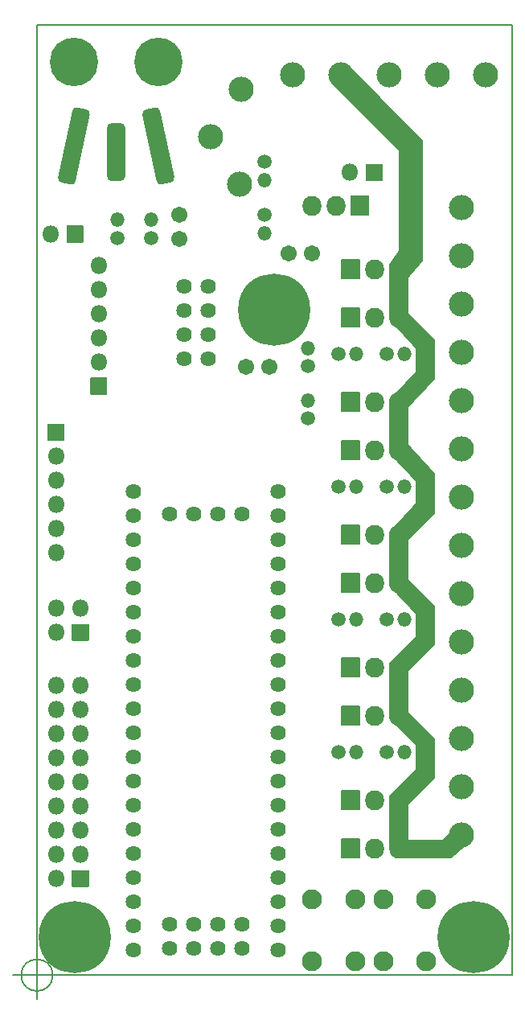
<source format=gbr>
%TF.GenerationSoftware,KiCad,Pcbnew,(5.99.0-1450-gc67d5d7f2)*%
%TF.CreationDate,2020-04-28T18:22:32-07:00*%
%TF.ProjectId,DMX_CTRL,444d585f-4354-4524-9c2e-6b696361645f,rev?*%
%TF.SameCoordinates,PX4c4b400PY8f0d180*%
%TF.FileFunction,Soldermask,Top*%
%TF.FilePolarity,Negative*%
%FSLAX46Y46*%
G04 Gerber Fmt 4.6, Leading zero omitted, Abs format (unit mm)*
G04 Created by KiCad (PCBNEW (5.99.0-1450-gc67d5d7f2)) date 2020-04-28 18:22:32*
%MOMM*%
%LPD*%
G01*
G04 APERTURE LIST*
%ADD10C,0.150000*%
%TA.AperFunction,Profile*%
%ADD11C,0.150000*%
%TD*%
%ADD12C,1.626000*%
%ADD13O,2.007000X2.102000*%
%ADD14C,5.102000*%
%ADD15C,2.102000*%
%ADD16O,1.502000X1.502000*%
%ADD17C,1.502000*%
%ADD18C,7.602000*%
%ADD19C,2.642000*%
%ADD20C,1.702000*%
%ADD21O,1.802000X1.802000*%
G04 APERTURE END LIST*
D10*
G36*
X40600000Y87800000D02*
G01*
X40600000Y75200000D01*
X39000000Y73400000D01*
X39000000Y69600000D01*
X41800000Y66800000D01*
X41800000Y62800000D01*
X39000000Y59800000D01*
X39000000Y55800000D01*
X41800000Y52800000D01*
X41800000Y48600000D01*
X39000000Y45800000D01*
X39000000Y41600000D01*
X41800000Y38800000D01*
X41800000Y34800000D01*
X39000000Y32000000D01*
X39000000Y27600000D01*
X41800000Y24800000D01*
X41800000Y20800000D01*
X39000000Y18000000D01*
X39000000Y14200000D01*
X42800000Y14200000D01*
X43800000Y15200000D01*
X45000000Y13600000D01*
X43600000Y12400000D01*
X38000000Y12400000D01*
X37200000Y13400000D01*
X37200000Y18800000D01*
X40000000Y21600000D01*
X40000000Y24200000D01*
X37200000Y27000000D01*
X37200000Y32800000D01*
X40000000Y35600000D01*
X40000000Y38000000D01*
X37200000Y41000000D01*
X37200000Y46600000D01*
X40000000Y49600000D01*
X40000000Y52000000D01*
X37200000Y55000000D01*
X37200000Y60600000D01*
X40000000Y63400000D01*
X40000000Y66000000D01*
X37200000Y69000000D01*
X37200000Y74800000D01*
X38200000Y76200000D01*
X38200000Y86800000D01*
X31200000Y93800000D01*
X33000000Y95400000D01*
X40600000Y87800000D01*
G37*
X40600000Y87800000D02*
X40600000Y75200000D01*
X39000000Y73400000D01*
X39000000Y69600000D01*
X41800000Y66800000D01*
X41800000Y62800000D01*
X39000000Y59800000D01*
X39000000Y55800000D01*
X41800000Y52800000D01*
X41800000Y48600000D01*
X39000000Y45800000D01*
X39000000Y41600000D01*
X41800000Y38800000D01*
X41800000Y34800000D01*
X39000000Y32000000D01*
X39000000Y27600000D01*
X41800000Y24800000D01*
X41800000Y20800000D01*
X39000000Y18000000D01*
X39000000Y14200000D01*
X42800000Y14200000D01*
X43800000Y15200000D01*
X45000000Y13600000D01*
X43600000Y12400000D01*
X38000000Y12400000D01*
X37200000Y13400000D01*
X37200000Y18800000D01*
X40000000Y21600000D01*
X40000000Y24200000D01*
X37200000Y27000000D01*
X37200000Y32800000D01*
X40000000Y35600000D01*
X40000000Y38000000D01*
X37200000Y41000000D01*
X37200000Y46600000D01*
X40000000Y49600000D01*
X40000000Y52000000D01*
X37200000Y55000000D01*
X37200000Y60600000D01*
X40000000Y63400000D01*
X40000000Y66000000D01*
X37200000Y69000000D01*
X37200000Y74800000D01*
X38200000Y76200000D01*
X38200000Y86800000D01*
X31200000Y93800000D01*
X33000000Y95400000D01*
X40600000Y87800000D01*
D11*
X1666666Y0D02*
G75*
G03*
X1666666Y0I-1666666J0D01*
G01*
X-2500000Y0D02*
X2500000Y0D01*
X0Y2500000D02*
X0Y-2500000D01*
X0Y100000000D02*
X0Y0D01*
X50000000Y100000000D02*
X0Y100000000D01*
X50000000Y0D02*
X50000000Y100000000D01*
X0Y0D02*
X50000000Y0D01*
D10*
G36*
X40600000Y87800000D02*
G01*
X40600000Y75200000D01*
X39000000Y73400000D01*
X39000000Y69600000D01*
X41800000Y66800000D01*
X41800000Y62800000D01*
X39000000Y59800000D01*
X39000000Y55800000D01*
X41800000Y52800000D01*
X41800000Y48600000D01*
X39000000Y45800000D01*
X39000000Y41600000D01*
X41800000Y38800000D01*
X41800000Y34800000D01*
X39000000Y32000000D01*
X39000000Y27600000D01*
X41800000Y24800000D01*
X41800000Y20800000D01*
X39000000Y18000000D01*
X39000000Y14200000D01*
X42800000Y14200000D01*
X43800000Y15200000D01*
X45000000Y13600000D01*
X43600000Y12400000D01*
X38000000Y12400000D01*
X37200000Y13400000D01*
X37200000Y18800000D01*
X40000000Y21600000D01*
X40000000Y24200000D01*
X37200000Y27000000D01*
X37200000Y32800000D01*
X40000000Y35600000D01*
X40000000Y38000000D01*
X37200000Y41000000D01*
X37200000Y46600000D01*
X40000000Y49600000D01*
X40000000Y52000000D01*
X37200000Y55000000D01*
X37200000Y60600000D01*
X40000000Y63400000D01*
X40000000Y66000000D01*
X37200000Y69000000D01*
X37200000Y74800000D01*
X38200000Y76200000D01*
X38200000Y86800000D01*
X31200000Y93800000D01*
X33000000Y95400000D01*
X40600000Y87800000D01*
G37*
X40600000Y87800000D02*
X40600000Y75200000D01*
X39000000Y73400000D01*
X39000000Y69600000D01*
X41800000Y66800000D01*
X41800000Y62800000D01*
X39000000Y59800000D01*
X39000000Y55800000D01*
X41800000Y52800000D01*
X41800000Y48600000D01*
X39000000Y45800000D01*
X39000000Y41600000D01*
X41800000Y38800000D01*
X41800000Y34800000D01*
X39000000Y32000000D01*
X39000000Y27600000D01*
X41800000Y24800000D01*
X41800000Y20800000D01*
X39000000Y18000000D01*
X39000000Y14200000D01*
X42800000Y14200000D01*
X43800000Y15200000D01*
X45000000Y13600000D01*
X43600000Y12400000D01*
X38000000Y12400000D01*
X37200000Y13400000D01*
X37200000Y18800000D01*
X40000000Y21600000D01*
X40000000Y24200000D01*
X37200000Y27000000D01*
X37200000Y32800000D01*
X40000000Y35600000D01*
X40000000Y38000000D01*
X37200000Y41000000D01*
X37200000Y46600000D01*
X40000000Y49600000D01*
X40000000Y52000000D01*
X37200000Y55000000D01*
X37200000Y60600000D01*
X40000000Y63400000D01*
X40000000Y66000000D01*
X37200000Y69000000D01*
X37200000Y74800000D01*
X38200000Y76200000D01*
X38200000Y86800000D01*
X31200000Y93800000D01*
X33000000Y95400000D01*
X40600000Y87800000D01*
D11*
X1666666Y0D02*
G75*
G03*
X1666666Y0I-1666666J0D01*
G01*
X-2500000Y0D02*
X2500000Y0D01*
X0Y2500000D02*
X0Y-2500000D01*
X0Y100000000D02*
X0Y0D01*
X50000000Y100000000D02*
X0Y100000000D01*
X50000000Y0D02*
X50000000Y100000000D01*
X0Y0D02*
X50000000Y0D01*
D12*
X10170000Y2680000D03*
X10170000Y15380000D03*
X10170000Y33160000D03*
X10170000Y43320000D03*
X10170000Y5220000D03*
X10170000Y28080000D03*
X10170000Y10300000D03*
X10170000Y12840000D03*
X10170000Y7760000D03*
X10170000Y30620000D03*
X10170000Y25540000D03*
X10170000Y38240000D03*
X10170000Y17920000D03*
X10170000Y45860000D03*
X10170000Y40780000D03*
X10170000Y35700000D03*
X10170000Y48400000D03*
X10170000Y23000000D03*
X10170000Y50940000D03*
X10170000Y20460000D03*
X25410000Y2680000D03*
X25410000Y5220000D03*
X25410000Y7760000D03*
X25410000Y10300000D03*
X25410000Y12840000D03*
X25410000Y20460000D03*
X25410000Y15380000D03*
X25410000Y17920000D03*
X25410000Y23000000D03*
X25410000Y25540000D03*
X25410000Y28080000D03*
X25410000Y33160000D03*
X25410000Y30620000D03*
X25410000Y35700000D03*
X25410000Y38240000D03*
X25410000Y45860000D03*
X25410000Y40780000D03*
X25410000Y43320000D03*
X25410000Y48400000D03*
X25410000Y50940000D03*
D13*
X28920000Y81000000D03*
X31460000Y81000000D03*
G36*
G01*
X35003500Y82000000D02*
X35003500Y80000000D01*
G75*
G02*
X34952500Y79949000I-51000J0D01*
G01*
X33047500Y79949000D01*
G75*
G02*
X32996500Y80000000I0J51000D01*
G01*
X32996500Y82000000D01*
G75*
G02*
X33047500Y82051000I51000J0D01*
G01*
X34952500Y82051000D01*
G75*
G02*
X35003500Y82000000I0J-51000D01*
G01*
G37*
X38100000Y13335000D03*
X35560000Y13335000D03*
G36*
G01*
X32016500Y12335000D02*
X32016500Y14335000D01*
G75*
G02*
X32067500Y14386000I51000J0D01*
G01*
X33972500Y14386000D01*
G75*
G02*
X34023500Y14335000I0J-51000D01*
G01*
X34023500Y12335000D01*
G75*
G02*
X33972500Y12284000I-51000J0D01*
G01*
X32067500Y12284000D01*
G75*
G02*
X32016500Y12335000I0J51000D01*
G01*
G37*
X38100000Y18415000D03*
X35560000Y18415000D03*
G36*
G01*
X32016500Y17415000D02*
X32016500Y19415000D01*
G75*
G02*
X32067500Y19466000I51000J0D01*
G01*
X33972500Y19466000D01*
G75*
G02*
X34023500Y19415000I0J-51000D01*
G01*
X34023500Y17415000D01*
G75*
G02*
X33972500Y17364000I-51000J0D01*
G01*
X32067500Y17364000D01*
G75*
G02*
X32016500Y17415000I0J51000D01*
G01*
G37*
X38100000Y27305000D03*
X35560000Y27305000D03*
G36*
G01*
X32016500Y26305000D02*
X32016500Y28305000D01*
G75*
G02*
X32067500Y28356000I51000J0D01*
G01*
X33972500Y28356000D01*
G75*
G02*
X34023500Y28305000I0J-51000D01*
G01*
X34023500Y26305000D01*
G75*
G02*
X33972500Y26254000I-51000J0D01*
G01*
X32067500Y26254000D01*
G75*
G02*
X32016500Y26305000I0J51000D01*
G01*
G37*
X38100000Y32385000D03*
X35560000Y32385000D03*
G36*
G01*
X32016500Y31385000D02*
X32016500Y33385000D01*
G75*
G02*
X32067500Y33436000I51000J0D01*
G01*
X33972500Y33436000D01*
G75*
G02*
X34023500Y33385000I0J-51000D01*
G01*
X34023500Y31385000D01*
G75*
G02*
X33972500Y31334000I-51000J0D01*
G01*
X32067500Y31334000D01*
G75*
G02*
X32016500Y31385000I0J51000D01*
G01*
G37*
X38100000Y41275000D03*
X35560000Y41275000D03*
G36*
G01*
X32016500Y40275000D02*
X32016500Y42275000D01*
G75*
G02*
X32067500Y42326000I51000J0D01*
G01*
X33972500Y42326000D01*
G75*
G02*
X34023500Y42275000I0J-51000D01*
G01*
X34023500Y40275000D01*
G75*
G02*
X33972500Y40224000I-51000J0D01*
G01*
X32067500Y40224000D01*
G75*
G02*
X32016500Y40275000I0J51000D01*
G01*
G37*
X38100000Y46355000D03*
X35560000Y46355000D03*
G36*
G01*
X32016500Y45355000D02*
X32016500Y47355000D01*
G75*
G02*
X32067500Y47406000I51000J0D01*
G01*
X33972500Y47406000D01*
G75*
G02*
X34023500Y47355000I0J-51000D01*
G01*
X34023500Y45355000D01*
G75*
G02*
X33972500Y45304000I-51000J0D01*
G01*
X32067500Y45304000D01*
G75*
G02*
X32016500Y45355000I0J51000D01*
G01*
G37*
X38100000Y60325000D03*
X35560000Y60325000D03*
G36*
G01*
X32016500Y59325000D02*
X32016500Y61325000D01*
G75*
G02*
X32067500Y61376000I51000J0D01*
G01*
X33972500Y61376000D01*
G75*
G02*
X34023500Y61325000I0J-51000D01*
G01*
X34023500Y59325000D01*
G75*
G02*
X33972500Y59274000I-51000J0D01*
G01*
X32067500Y59274000D01*
G75*
G02*
X32016500Y59325000I0J51000D01*
G01*
G37*
X38100000Y55245000D03*
X35560000Y55245000D03*
G36*
G01*
X32016500Y54245000D02*
X32016500Y56245000D01*
G75*
G02*
X32067500Y56296000I51000J0D01*
G01*
X33972500Y56296000D01*
G75*
G02*
X34023500Y56245000I0J-51000D01*
G01*
X34023500Y54245000D01*
G75*
G02*
X33972500Y54194000I-51000J0D01*
G01*
X32067500Y54194000D01*
G75*
G02*
X32016500Y54245000I0J51000D01*
G01*
G37*
X38100000Y69215000D03*
X35560000Y69215000D03*
G36*
G01*
X32016500Y68215000D02*
X32016500Y70215000D01*
G75*
G02*
X32067500Y70266000I51000J0D01*
G01*
X33972500Y70266000D01*
G75*
G02*
X34023500Y70215000I0J-51000D01*
G01*
X34023500Y68215000D01*
G75*
G02*
X33972500Y68164000I-51000J0D01*
G01*
X32067500Y68164000D01*
G75*
G02*
X32016500Y68215000I0J51000D01*
G01*
G37*
X38100000Y74295000D03*
X35560000Y74295000D03*
G36*
G01*
X32016500Y73295000D02*
X32016500Y75295000D01*
G75*
G02*
X32067500Y75346000I51000J0D01*
G01*
X33972500Y75346000D01*
G75*
G02*
X34023500Y75295000I0J-51000D01*
G01*
X34023500Y73295000D01*
G75*
G02*
X33972500Y73244000I-51000J0D01*
G01*
X32067500Y73244000D01*
G75*
G02*
X32016500Y73295000I0J51000D01*
G01*
G37*
D12*
X21620000Y2780000D03*
X19080000Y2780000D03*
X16540000Y2780000D03*
X14000000Y2780000D03*
X14000000Y5320000D03*
X16540000Y5320000D03*
X19080000Y5320000D03*
X21620000Y5320000D03*
X21620000Y48500000D03*
X19080000Y48500000D03*
X16540000Y48500000D03*
X14000000Y48500000D03*
D14*
X12780000Y96160000D03*
X3890000Y96160000D03*
G36*
G01*
X14087359Y83406386D02*
X13157141Y83208662D01*
G75*
G02*
X12593170Y83574909I-98862J465109D01*
G01*
X11106394Y90569643D01*
G75*
G02*
X11472641Y91133614I465109J98862D01*
G01*
X12402859Y91331338D01*
G75*
G02*
X12966830Y90965091I98862J-465109D01*
G01*
X14453606Y83970357D01*
G75*
G02*
X14087359Y83406386I-465109J-98862D01*
G01*
G37*
G36*
G01*
X8810500Y83584000D02*
X7859500Y83584000D01*
G75*
G02*
X7384000Y84059500I0J475500D01*
G01*
X7384000Y89210500D01*
G75*
G02*
X7859500Y89686000I475500J0D01*
G01*
X8810500Y89686000D01*
G75*
G02*
X9286000Y89210500I0J-475500D01*
G01*
X9286000Y84059500D01*
G75*
G02*
X8810500Y83584000I-475500J0D01*
G01*
G37*
G36*
G01*
X3512859Y83208662D02*
X2582641Y83406386D01*
G75*
G02*
X2216394Y83970357I98862J465109D01*
G01*
X3703170Y90965091D01*
G75*
G02*
X4267141Y91331338I465109J-98862D01*
G01*
X5197359Y91133614D01*
G75*
G02*
X5563606Y90569643I-98862J-465109D01*
G01*
X4076830Y83574909D01*
G75*
G02*
X3512859Y83208662I-465109J98862D01*
G01*
G37*
D15*
X41000000Y1500000D03*
X36500000Y1500000D03*
X41000000Y8000000D03*
X36500000Y8000000D03*
D16*
X12000000Y79500000D03*
D17*
X12000000Y77600000D03*
D16*
X8500000Y79500000D03*
D17*
X8500000Y77600000D03*
D18*
X46000000Y4000000D03*
D12*
X18040000Y72500000D03*
X18040000Y69960000D03*
X18040000Y67420000D03*
X18040000Y64880000D03*
X15500000Y64880000D03*
X15500000Y67420000D03*
X15500000Y69960000D03*
X15500000Y72500000D03*
D17*
X24000000Y85600000D03*
D16*
X24000000Y83700000D03*
D19*
X21500000Y93218000D03*
X21300000Y83218000D03*
X18300000Y88218000D03*
D20*
X15000000Y77500000D03*
X15000000Y80000000D03*
X26500000Y76000000D03*
X29000000Y76000000D03*
X24500000Y64000000D03*
X22000000Y64000000D03*
D18*
X4000000Y4000000D03*
X25000000Y70000000D03*
G36*
G01*
X5473000Y36918000D02*
X5473000Y35218000D01*
G75*
G02*
X5422000Y35167000I-51000J0D01*
G01*
X3722000Y35167000D01*
G75*
G02*
X3671000Y35218000I0J51000D01*
G01*
X3671000Y36918000D01*
G75*
G02*
X3722000Y36969000I51000J0D01*
G01*
X5422000Y36969000D01*
G75*
G02*
X5473000Y36918000I0J-51000D01*
G01*
G37*
D21*
X2032000Y36068000D03*
X4572000Y38608000D03*
X2032000Y38608000D03*
G36*
G01*
X5473000Y11010000D02*
X5473000Y9310000D01*
G75*
G02*
X5422000Y9259000I-51000J0D01*
G01*
X3722000Y9259000D01*
G75*
G02*
X3671000Y9310000I0J51000D01*
G01*
X3671000Y11010000D01*
G75*
G02*
X3722000Y11061000I51000J0D01*
G01*
X5422000Y11061000D01*
G75*
G02*
X5473000Y11010000I0J-51000D01*
G01*
G37*
X2032000Y10160000D03*
X4572000Y12700000D03*
X2032000Y12700000D03*
X4572000Y15240000D03*
X2032000Y15240000D03*
X4572000Y17780000D03*
X2032000Y17780000D03*
X4572000Y20320000D03*
X2032000Y20320000D03*
X4572000Y22860000D03*
X2032000Y22860000D03*
X4572000Y25400000D03*
X2032000Y25400000D03*
X4572000Y27940000D03*
X2032000Y27940000D03*
X4572000Y30480000D03*
X2032000Y30480000D03*
X32960000Y84500000D03*
G36*
G01*
X34650000Y85401000D02*
X36350000Y85401000D01*
G75*
G02*
X36401000Y85350000I0J-51000D01*
G01*
X36401000Y83650000D01*
G75*
G02*
X36350000Y83599000I-51000J0D01*
G01*
X34650000Y83599000D01*
G75*
G02*
X34599000Y83650000I0J51000D01*
G01*
X34599000Y85350000D01*
G75*
G02*
X34650000Y85401000I51000J0D01*
G01*
G37*
G36*
G01*
X1099000Y56300000D02*
X1099000Y58000000D01*
G75*
G02*
X1150000Y58051000I51000J0D01*
G01*
X2850000Y58051000D01*
G75*
G02*
X2901000Y58000000I0J-51000D01*
G01*
X2901000Y56300000D01*
G75*
G02*
X2850000Y56249000I-51000J0D01*
G01*
X1150000Y56249000D01*
G75*
G02*
X1099000Y56300000I0J51000D01*
G01*
G37*
X2000000Y54610000D03*
X2000000Y52070000D03*
X2000000Y49530000D03*
X2000000Y46990000D03*
X2000000Y44450000D03*
G36*
G01*
X3150000Y78901000D02*
X4850000Y78901000D01*
G75*
G02*
X4901000Y78850000I0J-51000D01*
G01*
X4901000Y77150000D01*
G75*
G02*
X4850000Y77099000I-51000J0D01*
G01*
X3150000Y77099000D01*
G75*
G02*
X3099000Y77150000I0J51000D01*
G01*
X3099000Y78850000D01*
G75*
G02*
X3150000Y78901000I51000J0D01*
G01*
G37*
X1460000Y78000000D03*
X6500000Y74700000D03*
X6500000Y72160000D03*
X6500000Y69620000D03*
X6500000Y67080000D03*
X6500000Y64540000D03*
G36*
G01*
X7401000Y62850000D02*
X7401000Y61150000D01*
G75*
G02*
X7350000Y61099000I-51000J0D01*
G01*
X5650000Y61099000D01*
G75*
G02*
X5599000Y61150000I0J51000D01*
G01*
X5599000Y62850000D01*
G75*
G02*
X5650000Y62901000I51000J0D01*
G01*
X7350000Y62901000D01*
G75*
G02*
X7401000Y62850000I0J-51000D01*
G01*
G37*
D17*
X31750000Y65405000D03*
D16*
X33650000Y65405000D03*
X38730000Y51435000D03*
D17*
X36830000Y51435000D03*
X31750000Y51435000D03*
D16*
X33650000Y51435000D03*
X38730000Y37465000D03*
D17*
X36830000Y37465000D03*
X31750000Y37465000D03*
D16*
X33650000Y37465000D03*
X38730000Y23495000D03*
D17*
X36830000Y23495000D03*
D16*
X33650000Y23495000D03*
D17*
X31750000Y23495000D03*
X28500000Y64100000D03*
D16*
X28500000Y66000000D03*
D17*
X28500000Y58600000D03*
D16*
X28500000Y60500000D03*
X38730000Y65405000D03*
D17*
X36830000Y65405000D03*
D16*
X24000000Y78100000D03*
D17*
X24000000Y80000000D03*
D15*
X33500000Y1500000D03*
X29000000Y1500000D03*
X33500000Y8000000D03*
X29000000Y8000000D03*
D19*
X44704000Y14732000D03*
X44704000Y19812000D03*
X44704000Y24892000D03*
X44704000Y29972000D03*
X44704000Y35052000D03*
X44704000Y40132000D03*
X44704000Y45212000D03*
X44704000Y50292000D03*
X44704000Y55372000D03*
X44704000Y60452000D03*
X44704000Y65532000D03*
X44704000Y70612000D03*
X44704000Y75692000D03*
X44704000Y80772000D03*
X26924000Y94742000D03*
X32004000Y94742000D03*
X37084000Y94742000D03*
X42164000Y94742000D03*
X47244000Y94742000D03*
M02*

</source>
